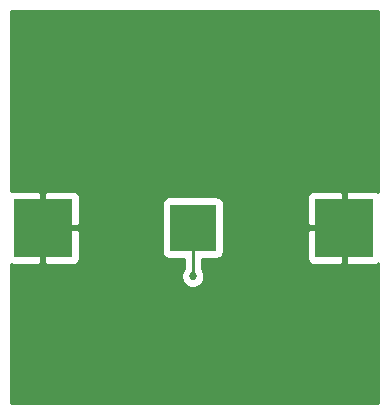
<source format=gbr>
G04 #@! TF.FileFunction,Copper,L2,Bot,Signal*
%FSLAX46Y46*%
G04 Gerber Fmt 4.6, Leading zero omitted, Abs format (unit mm)*
G04 Created by KiCad (PCBNEW 4.0.7) date 05/01/18 22:04:37*
%MOMM*%
%LPD*%
G01*
G04 APERTURE LIST*
%ADD10C,0.100000*%
%ADD11R,4.000000X4.000000*%
%ADD12R,5.000000X5.000000*%
%ADD13C,0.685800*%
%ADD14C,0.254000*%
G04 APERTURE END LIST*
D10*
D11*
X166500000Y-96100000D03*
D12*
X153800000Y-96100000D03*
X179300000Y-96100000D03*
D13*
X166497000Y-100203000D03*
X162052000Y-96266000D03*
X169291000Y-90043000D03*
D14*
X166500000Y-96100000D02*
X166500000Y-100200000D01*
X166500000Y-100200000D02*
X166497000Y-100203000D01*
G36*
X182165000Y-93066975D02*
X182159698Y-93061673D01*
X181926309Y-92965000D01*
X179585750Y-92965000D01*
X179427000Y-93123750D01*
X179427000Y-95973000D01*
X179447000Y-95973000D01*
X179447000Y-96227000D01*
X179427000Y-96227000D01*
X179427000Y-99076250D01*
X179585750Y-99235000D01*
X181926309Y-99235000D01*
X182159698Y-99138327D01*
X182165000Y-99133025D01*
X182165000Y-110915000D01*
X151085000Y-110915000D01*
X151085000Y-99198263D01*
X151173691Y-99235000D01*
X153514250Y-99235000D01*
X153673000Y-99076250D01*
X153673000Y-96227000D01*
X153927000Y-96227000D01*
X153927000Y-99076250D01*
X154085750Y-99235000D01*
X156426309Y-99235000D01*
X156659698Y-99138327D01*
X156838327Y-98959699D01*
X156935000Y-98726310D01*
X156935000Y-96385750D01*
X156776250Y-96227000D01*
X153927000Y-96227000D01*
X153673000Y-96227000D01*
X153653000Y-96227000D01*
X153653000Y-95973000D01*
X153673000Y-95973000D01*
X153673000Y-93123750D01*
X153927000Y-93123750D01*
X153927000Y-95973000D01*
X156776250Y-95973000D01*
X156935000Y-95814250D01*
X156935000Y-94100000D01*
X163852560Y-94100000D01*
X163852560Y-98100000D01*
X163896838Y-98335317D01*
X164035910Y-98551441D01*
X164248110Y-98696431D01*
X164500000Y-98747440D01*
X165738000Y-98747440D01*
X165738000Y-99578922D01*
X165668460Y-99648341D01*
X165519270Y-100007630D01*
X165518931Y-100396663D01*
X165667493Y-100756212D01*
X165942341Y-101031540D01*
X166301630Y-101180730D01*
X166690663Y-101181069D01*
X167050212Y-101032507D01*
X167325540Y-100757659D01*
X167474730Y-100398370D01*
X167475069Y-100009337D01*
X167326507Y-99649788D01*
X167262000Y-99585168D01*
X167262000Y-98747440D01*
X168500000Y-98747440D01*
X168735317Y-98703162D01*
X168951441Y-98564090D01*
X169096431Y-98351890D01*
X169147440Y-98100000D01*
X169147440Y-96385750D01*
X176165000Y-96385750D01*
X176165000Y-98726310D01*
X176261673Y-98959699D01*
X176440302Y-99138327D01*
X176673691Y-99235000D01*
X179014250Y-99235000D01*
X179173000Y-99076250D01*
X179173000Y-96227000D01*
X176323750Y-96227000D01*
X176165000Y-96385750D01*
X169147440Y-96385750D01*
X169147440Y-94100000D01*
X169103162Y-93864683D01*
X168964090Y-93648559D01*
X168751890Y-93503569D01*
X168604344Y-93473690D01*
X176165000Y-93473690D01*
X176165000Y-95814250D01*
X176323750Y-95973000D01*
X179173000Y-95973000D01*
X179173000Y-93123750D01*
X179014250Y-92965000D01*
X176673691Y-92965000D01*
X176440302Y-93061673D01*
X176261673Y-93240301D01*
X176165000Y-93473690D01*
X168604344Y-93473690D01*
X168500000Y-93452560D01*
X164500000Y-93452560D01*
X164264683Y-93496838D01*
X164048559Y-93635910D01*
X163903569Y-93848110D01*
X163852560Y-94100000D01*
X156935000Y-94100000D01*
X156935000Y-93473690D01*
X156838327Y-93240301D01*
X156659698Y-93061673D01*
X156426309Y-92965000D01*
X154085750Y-92965000D01*
X153927000Y-93123750D01*
X153673000Y-93123750D01*
X153514250Y-92965000D01*
X151173691Y-92965000D01*
X151085000Y-93001737D01*
X151085000Y-77785000D01*
X182165000Y-77785000D01*
X182165000Y-93066975D01*
X182165000Y-93066975D01*
G37*
X182165000Y-93066975D02*
X182159698Y-93061673D01*
X181926309Y-92965000D01*
X179585750Y-92965000D01*
X179427000Y-93123750D01*
X179427000Y-95973000D01*
X179447000Y-95973000D01*
X179447000Y-96227000D01*
X179427000Y-96227000D01*
X179427000Y-99076250D01*
X179585750Y-99235000D01*
X181926309Y-99235000D01*
X182159698Y-99138327D01*
X182165000Y-99133025D01*
X182165000Y-110915000D01*
X151085000Y-110915000D01*
X151085000Y-99198263D01*
X151173691Y-99235000D01*
X153514250Y-99235000D01*
X153673000Y-99076250D01*
X153673000Y-96227000D01*
X153927000Y-96227000D01*
X153927000Y-99076250D01*
X154085750Y-99235000D01*
X156426309Y-99235000D01*
X156659698Y-99138327D01*
X156838327Y-98959699D01*
X156935000Y-98726310D01*
X156935000Y-96385750D01*
X156776250Y-96227000D01*
X153927000Y-96227000D01*
X153673000Y-96227000D01*
X153653000Y-96227000D01*
X153653000Y-95973000D01*
X153673000Y-95973000D01*
X153673000Y-93123750D01*
X153927000Y-93123750D01*
X153927000Y-95973000D01*
X156776250Y-95973000D01*
X156935000Y-95814250D01*
X156935000Y-94100000D01*
X163852560Y-94100000D01*
X163852560Y-98100000D01*
X163896838Y-98335317D01*
X164035910Y-98551441D01*
X164248110Y-98696431D01*
X164500000Y-98747440D01*
X165738000Y-98747440D01*
X165738000Y-99578922D01*
X165668460Y-99648341D01*
X165519270Y-100007630D01*
X165518931Y-100396663D01*
X165667493Y-100756212D01*
X165942341Y-101031540D01*
X166301630Y-101180730D01*
X166690663Y-101181069D01*
X167050212Y-101032507D01*
X167325540Y-100757659D01*
X167474730Y-100398370D01*
X167475069Y-100009337D01*
X167326507Y-99649788D01*
X167262000Y-99585168D01*
X167262000Y-98747440D01*
X168500000Y-98747440D01*
X168735317Y-98703162D01*
X168951441Y-98564090D01*
X169096431Y-98351890D01*
X169147440Y-98100000D01*
X169147440Y-96385750D01*
X176165000Y-96385750D01*
X176165000Y-98726310D01*
X176261673Y-98959699D01*
X176440302Y-99138327D01*
X176673691Y-99235000D01*
X179014250Y-99235000D01*
X179173000Y-99076250D01*
X179173000Y-96227000D01*
X176323750Y-96227000D01*
X176165000Y-96385750D01*
X169147440Y-96385750D01*
X169147440Y-94100000D01*
X169103162Y-93864683D01*
X168964090Y-93648559D01*
X168751890Y-93503569D01*
X168604344Y-93473690D01*
X176165000Y-93473690D01*
X176165000Y-95814250D01*
X176323750Y-95973000D01*
X179173000Y-95973000D01*
X179173000Y-93123750D01*
X179014250Y-92965000D01*
X176673691Y-92965000D01*
X176440302Y-93061673D01*
X176261673Y-93240301D01*
X176165000Y-93473690D01*
X168604344Y-93473690D01*
X168500000Y-93452560D01*
X164500000Y-93452560D01*
X164264683Y-93496838D01*
X164048559Y-93635910D01*
X163903569Y-93848110D01*
X163852560Y-94100000D01*
X156935000Y-94100000D01*
X156935000Y-93473690D01*
X156838327Y-93240301D01*
X156659698Y-93061673D01*
X156426309Y-92965000D01*
X154085750Y-92965000D01*
X153927000Y-93123750D01*
X153673000Y-93123750D01*
X153514250Y-92965000D01*
X151173691Y-92965000D01*
X151085000Y-93001737D01*
X151085000Y-77785000D01*
X182165000Y-77785000D01*
X182165000Y-93066975D01*
M02*

</source>
